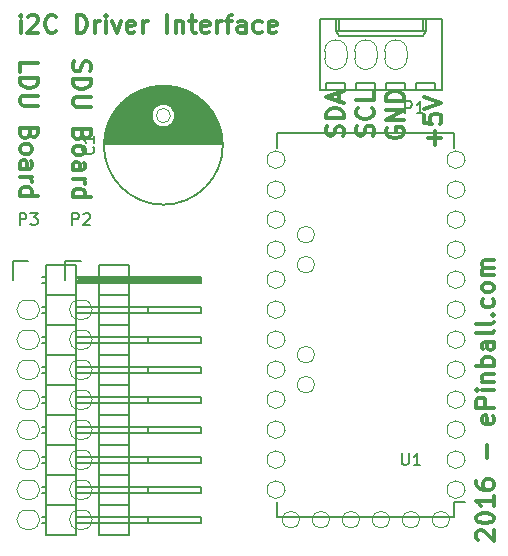
<source format=gbr>
G04 #@! TF.FileFunction,Legend,Top*
%FSLAX46Y46*%
G04 Gerber Fmt 4.6, Leading zero omitted, Abs format (unit mm)*
G04 Created by KiCad (PCBNEW 4.0.2-4+6225~38~ubuntu15.10.1-stable) date Mon 06 Jun 2016 09:20:46 PM EDT*
%MOMM*%
G01*
G04 APERTURE LIST*
%ADD10C,0.100000*%
%ADD11C,0.300000*%
%ADD12C,0.150000*%
G04 APERTURE END LIST*
D10*
D11*
X146657143Y-102786428D02*
X146728571Y-102572142D01*
X146728571Y-102214999D01*
X146657143Y-102072142D01*
X146585714Y-102000713D01*
X146442857Y-101929285D01*
X146300000Y-101929285D01*
X146157143Y-102000713D01*
X146085714Y-102072142D01*
X146014286Y-102214999D01*
X145942857Y-102500713D01*
X145871429Y-102643571D01*
X145800000Y-102714999D01*
X145657143Y-102786428D01*
X145514286Y-102786428D01*
X145371429Y-102714999D01*
X145300000Y-102643571D01*
X145228571Y-102500713D01*
X145228571Y-102143571D01*
X145300000Y-101929285D01*
X146728571Y-101286428D02*
X145228571Y-101286428D01*
X145228571Y-100929285D01*
X145300000Y-100715000D01*
X145442857Y-100572142D01*
X145585714Y-100500714D01*
X145871429Y-100429285D01*
X146085714Y-100429285D01*
X146371429Y-100500714D01*
X146514286Y-100572142D01*
X146657143Y-100715000D01*
X146728571Y-100929285D01*
X146728571Y-101286428D01*
X146300000Y-99857857D02*
X146300000Y-99143571D01*
X146728571Y-100000714D02*
X145228571Y-99500714D01*
X146728571Y-99000714D01*
X149197143Y-102750714D02*
X149268571Y-102536428D01*
X149268571Y-102179285D01*
X149197143Y-102036428D01*
X149125714Y-101964999D01*
X148982857Y-101893571D01*
X148840000Y-101893571D01*
X148697143Y-101964999D01*
X148625714Y-102036428D01*
X148554286Y-102179285D01*
X148482857Y-102464999D01*
X148411429Y-102607857D01*
X148340000Y-102679285D01*
X148197143Y-102750714D01*
X148054286Y-102750714D01*
X147911429Y-102679285D01*
X147840000Y-102607857D01*
X147768571Y-102464999D01*
X147768571Y-102107857D01*
X147840000Y-101893571D01*
X149125714Y-100393571D02*
X149197143Y-100465000D01*
X149268571Y-100679286D01*
X149268571Y-100822143D01*
X149197143Y-101036428D01*
X149054286Y-101179286D01*
X148911429Y-101250714D01*
X148625714Y-101322143D01*
X148411429Y-101322143D01*
X148125714Y-101250714D01*
X147982857Y-101179286D01*
X147840000Y-101036428D01*
X147768571Y-100822143D01*
X147768571Y-100679286D01*
X147840000Y-100465000D01*
X147911429Y-100393571D01*
X149268571Y-99036428D02*
X149268571Y-99750714D01*
X147768571Y-99750714D01*
X154412143Y-103528571D02*
X154412143Y-102385714D01*
X154983571Y-102957143D02*
X153840714Y-102957143D01*
X153483571Y-100957142D02*
X153483571Y-101671428D01*
X154197857Y-101742857D01*
X154126429Y-101671428D01*
X154055000Y-101528571D01*
X154055000Y-101171428D01*
X154126429Y-101028571D01*
X154197857Y-100957142D01*
X154340714Y-100885714D01*
X154697857Y-100885714D01*
X154840714Y-100957142D01*
X154912143Y-101028571D01*
X154983571Y-101171428D01*
X154983571Y-101528571D01*
X154912143Y-101671428D01*
X154840714Y-101742857D01*
X153483571Y-100457143D02*
X154983571Y-99957143D01*
X153483571Y-99457143D01*
X150380000Y-102107857D02*
X150308571Y-102250714D01*
X150308571Y-102465000D01*
X150380000Y-102679285D01*
X150522857Y-102822143D01*
X150665714Y-102893571D01*
X150951429Y-102965000D01*
X151165714Y-102965000D01*
X151451429Y-102893571D01*
X151594286Y-102822143D01*
X151737143Y-102679285D01*
X151808571Y-102465000D01*
X151808571Y-102322143D01*
X151737143Y-102107857D01*
X151665714Y-102036428D01*
X151165714Y-102036428D01*
X151165714Y-102322143D01*
X151808571Y-101393571D02*
X150308571Y-101393571D01*
X151808571Y-100536428D01*
X150308571Y-100536428D01*
X151808571Y-99822142D02*
X150308571Y-99822142D01*
X150308571Y-99464999D01*
X150380000Y-99250714D01*
X150522857Y-99107856D01*
X150665714Y-99036428D01*
X150951429Y-98964999D01*
X151165714Y-98964999D01*
X151451429Y-99036428D01*
X151594286Y-99107856D01*
X151737143Y-99250714D01*
X151808571Y-99464999D01*
X151808571Y-99822142D01*
X119353573Y-94023571D02*
X119353573Y-93023571D01*
X119353573Y-92523571D02*
X119282144Y-92595000D01*
X119353573Y-92666429D01*
X119425001Y-92595000D01*
X119353573Y-92523571D01*
X119353573Y-92666429D01*
X119996430Y-92666429D02*
X120067859Y-92595000D01*
X120210716Y-92523571D01*
X120567859Y-92523571D01*
X120710716Y-92595000D01*
X120782145Y-92666429D01*
X120853573Y-92809286D01*
X120853573Y-92952143D01*
X120782145Y-93166429D01*
X119925002Y-94023571D01*
X120853573Y-94023571D01*
X122353573Y-93880714D02*
X122282144Y-93952143D01*
X122067858Y-94023571D01*
X121925001Y-94023571D01*
X121710716Y-93952143D01*
X121567858Y-93809286D01*
X121496430Y-93666429D01*
X121425001Y-93380714D01*
X121425001Y-93166429D01*
X121496430Y-92880714D01*
X121567858Y-92737857D01*
X121710716Y-92595000D01*
X121925001Y-92523571D01*
X122067858Y-92523571D01*
X122282144Y-92595000D01*
X122353573Y-92666429D01*
X124139287Y-94023571D02*
X124139287Y-92523571D01*
X124496430Y-92523571D01*
X124710715Y-92595000D01*
X124853573Y-92737857D01*
X124925001Y-92880714D01*
X124996430Y-93166429D01*
X124996430Y-93380714D01*
X124925001Y-93666429D01*
X124853573Y-93809286D01*
X124710715Y-93952143D01*
X124496430Y-94023571D01*
X124139287Y-94023571D01*
X125639287Y-94023571D02*
X125639287Y-93023571D01*
X125639287Y-93309286D02*
X125710715Y-93166429D01*
X125782144Y-93095000D01*
X125925001Y-93023571D01*
X126067858Y-93023571D01*
X126567858Y-94023571D02*
X126567858Y-93023571D01*
X126567858Y-92523571D02*
X126496429Y-92595000D01*
X126567858Y-92666429D01*
X126639286Y-92595000D01*
X126567858Y-92523571D01*
X126567858Y-92666429D01*
X127139287Y-93023571D02*
X127496430Y-94023571D01*
X127853572Y-93023571D01*
X128996429Y-93952143D02*
X128853572Y-94023571D01*
X128567858Y-94023571D01*
X128425001Y-93952143D01*
X128353572Y-93809286D01*
X128353572Y-93237857D01*
X128425001Y-93095000D01*
X128567858Y-93023571D01*
X128853572Y-93023571D01*
X128996429Y-93095000D01*
X129067858Y-93237857D01*
X129067858Y-93380714D01*
X128353572Y-93523571D01*
X129710715Y-94023571D02*
X129710715Y-93023571D01*
X129710715Y-93309286D02*
X129782143Y-93166429D01*
X129853572Y-93095000D01*
X129996429Y-93023571D01*
X130139286Y-93023571D01*
X131782143Y-94023571D02*
X131782143Y-92523571D01*
X132496429Y-93023571D02*
X132496429Y-94023571D01*
X132496429Y-93166429D02*
X132567857Y-93095000D01*
X132710715Y-93023571D01*
X132925000Y-93023571D01*
X133067857Y-93095000D01*
X133139286Y-93237857D01*
X133139286Y-94023571D01*
X133639286Y-93023571D02*
X134210715Y-93023571D01*
X133853572Y-92523571D02*
X133853572Y-93809286D01*
X133925000Y-93952143D01*
X134067858Y-94023571D01*
X134210715Y-94023571D01*
X135282143Y-93952143D02*
X135139286Y-94023571D01*
X134853572Y-94023571D01*
X134710715Y-93952143D01*
X134639286Y-93809286D01*
X134639286Y-93237857D01*
X134710715Y-93095000D01*
X134853572Y-93023571D01*
X135139286Y-93023571D01*
X135282143Y-93095000D01*
X135353572Y-93237857D01*
X135353572Y-93380714D01*
X134639286Y-93523571D01*
X135996429Y-94023571D02*
X135996429Y-93023571D01*
X135996429Y-93309286D02*
X136067857Y-93166429D01*
X136139286Y-93095000D01*
X136282143Y-93023571D01*
X136425000Y-93023571D01*
X136710714Y-93023571D02*
X137282143Y-93023571D01*
X136925000Y-94023571D02*
X136925000Y-92737857D01*
X136996428Y-92595000D01*
X137139286Y-92523571D01*
X137282143Y-92523571D01*
X138425000Y-94023571D02*
X138425000Y-93237857D01*
X138353571Y-93095000D01*
X138210714Y-93023571D01*
X137925000Y-93023571D01*
X137782143Y-93095000D01*
X138425000Y-93952143D02*
X138282143Y-94023571D01*
X137925000Y-94023571D01*
X137782143Y-93952143D01*
X137710714Y-93809286D01*
X137710714Y-93666429D01*
X137782143Y-93523571D01*
X137925000Y-93452143D01*
X138282143Y-93452143D01*
X138425000Y-93380714D01*
X139782143Y-93952143D02*
X139639286Y-94023571D01*
X139353572Y-94023571D01*
X139210714Y-93952143D01*
X139139286Y-93880714D01*
X139067857Y-93737857D01*
X139067857Y-93309286D01*
X139139286Y-93166429D01*
X139210714Y-93095000D01*
X139353572Y-93023571D01*
X139639286Y-93023571D01*
X139782143Y-93095000D01*
X140996428Y-93952143D02*
X140853571Y-94023571D01*
X140567857Y-94023571D01*
X140425000Y-93952143D01*
X140353571Y-93809286D01*
X140353571Y-93237857D01*
X140425000Y-93095000D01*
X140567857Y-93023571D01*
X140853571Y-93023571D01*
X140996428Y-93095000D01*
X141067857Y-93237857D01*
X141067857Y-93380714D01*
X140353571Y-93523571D01*
X158071429Y-136987856D02*
X158000000Y-136916427D01*
X157928571Y-136773570D01*
X157928571Y-136416427D01*
X158000000Y-136273570D01*
X158071429Y-136202141D01*
X158214286Y-136130713D01*
X158357143Y-136130713D01*
X158571429Y-136202141D01*
X159428571Y-137059284D01*
X159428571Y-136130713D01*
X157928571Y-135202142D02*
X157928571Y-135059285D01*
X158000000Y-134916428D01*
X158071429Y-134844999D01*
X158214286Y-134773570D01*
X158500000Y-134702142D01*
X158857143Y-134702142D01*
X159142857Y-134773570D01*
X159285714Y-134844999D01*
X159357143Y-134916428D01*
X159428571Y-135059285D01*
X159428571Y-135202142D01*
X159357143Y-135344999D01*
X159285714Y-135416428D01*
X159142857Y-135487856D01*
X158857143Y-135559285D01*
X158500000Y-135559285D01*
X158214286Y-135487856D01*
X158071429Y-135416428D01*
X158000000Y-135344999D01*
X157928571Y-135202142D01*
X159428571Y-133273571D02*
X159428571Y-134130714D01*
X159428571Y-133702142D02*
X157928571Y-133702142D01*
X158142857Y-133844999D01*
X158285714Y-133987857D01*
X158357143Y-134130714D01*
X157928571Y-131987857D02*
X157928571Y-132273571D01*
X158000000Y-132416428D01*
X158071429Y-132487857D01*
X158285714Y-132630714D01*
X158571429Y-132702143D01*
X159142857Y-132702143D01*
X159285714Y-132630714D01*
X159357143Y-132559286D01*
X159428571Y-132416428D01*
X159428571Y-132130714D01*
X159357143Y-131987857D01*
X159285714Y-131916428D01*
X159142857Y-131845000D01*
X158785714Y-131845000D01*
X158642857Y-131916428D01*
X158571429Y-131987857D01*
X158500000Y-132130714D01*
X158500000Y-132416428D01*
X158571429Y-132559286D01*
X158642857Y-132630714D01*
X158785714Y-132702143D01*
X158857143Y-130059286D02*
X158857143Y-128916429D01*
X159357143Y-126487858D02*
X159428571Y-126630715D01*
X159428571Y-126916429D01*
X159357143Y-127059286D01*
X159214286Y-127130715D01*
X158642857Y-127130715D01*
X158500000Y-127059286D01*
X158428571Y-126916429D01*
X158428571Y-126630715D01*
X158500000Y-126487858D01*
X158642857Y-126416429D01*
X158785714Y-126416429D01*
X158928571Y-127130715D01*
X159428571Y-125773572D02*
X157928571Y-125773572D01*
X157928571Y-125202144D01*
X158000000Y-125059286D01*
X158071429Y-124987858D01*
X158214286Y-124916429D01*
X158428571Y-124916429D01*
X158571429Y-124987858D01*
X158642857Y-125059286D01*
X158714286Y-125202144D01*
X158714286Y-125773572D01*
X159428571Y-124273572D02*
X158428571Y-124273572D01*
X157928571Y-124273572D02*
X158000000Y-124345001D01*
X158071429Y-124273572D01*
X158000000Y-124202144D01*
X157928571Y-124273572D01*
X158071429Y-124273572D01*
X158428571Y-123559286D02*
X159428571Y-123559286D01*
X158571429Y-123559286D02*
X158500000Y-123487858D01*
X158428571Y-123345000D01*
X158428571Y-123130715D01*
X158500000Y-122987858D01*
X158642857Y-122916429D01*
X159428571Y-122916429D01*
X159428571Y-122202143D02*
X157928571Y-122202143D01*
X158500000Y-122202143D02*
X158428571Y-122059286D01*
X158428571Y-121773572D01*
X158500000Y-121630715D01*
X158571429Y-121559286D01*
X158714286Y-121487857D01*
X159142857Y-121487857D01*
X159285714Y-121559286D01*
X159357143Y-121630715D01*
X159428571Y-121773572D01*
X159428571Y-122059286D01*
X159357143Y-122202143D01*
X159428571Y-120202143D02*
X158642857Y-120202143D01*
X158500000Y-120273572D01*
X158428571Y-120416429D01*
X158428571Y-120702143D01*
X158500000Y-120845000D01*
X159357143Y-120202143D02*
X159428571Y-120345000D01*
X159428571Y-120702143D01*
X159357143Y-120845000D01*
X159214286Y-120916429D01*
X159071429Y-120916429D01*
X158928571Y-120845000D01*
X158857143Y-120702143D01*
X158857143Y-120345000D01*
X158785714Y-120202143D01*
X159428571Y-119273571D02*
X159357143Y-119416429D01*
X159214286Y-119487857D01*
X157928571Y-119487857D01*
X159428571Y-118487857D02*
X159357143Y-118630715D01*
X159214286Y-118702143D01*
X157928571Y-118702143D01*
X159285714Y-117916429D02*
X159357143Y-117845001D01*
X159428571Y-117916429D01*
X159357143Y-117987858D01*
X159285714Y-117916429D01*
X159428571Y-117916429D01*
X159357143Y-116559286D02*
X159428571Y-116702143D01*
X159428571Y-116987857D01*
X159357143Y-117130715D01*
X159285714Y-117202143D01*
X159142857Y-117273572D01*
X158714286Y-117273572D01*
X158571429Y-117202143D01*
X158500000Y-117130715D01*
X158428571Y-116987857D01*
X158428571Y-116702143D01*
X158500000Y-116559286D01*
X159428571Y-115702143D02*
X159357143Y-115845001D01*
X159285714Y-115916429D01*
X159142857Y-115987858D01*
X158714286Y-115987858D01*
X158571429Y-115916429D01*
X158500000Y-115845001D01*
X158428571Y-115702143D01*
X158428571Y-115487858D01*
X158500000Y-115345001D01*
X158571429Y-115273572D01*
X158714286Y-115202143D01*
X159142857Y-115202143D01*
X159285714Y-115273572D01*
X159357143Y-115345001D01*
X159428571Y-115487858D01*
X159428571Y-115702143D01*
X159428571Y-114559286D02*
X158428571Y-114559286D01*
X158571429Y-114559286D02*
X158500000Y-114487858D01*
X158428571Y-114345000D01*
X158428571Y-114130715D01*
X158500000Y-113987858D01*
X158642857Y-113916429D01*
X159428571Y-113916429D01*
X158642857Y-113916429D02*
X158500000Y-113845000D01*
X158428571Y-113702143D01*
X158428571Y-113487858D01*
X158500000Y-113345000D01*
X158642857Y-113273572D01*
X159428571Y-113273572D01*
X123852857Y-96449286D02*
X123781429Y-96663572D01*
X123781429Y-97020715D01*
X123852857Y-97163572D01*
X123924286Y-97235001D01*
X124067143Y-97306429D01*
X124210000Y-97306429D01*
X124352857Y-97235001D01*
X124424286Y-97163572D01*
X124495714Y-97020715D01*
X124567143Y-96735001D01*
X124638571Y-96592143D01*
X124710000Y-96520715D01*
X124852857Y-96449286D01*
X124995714Y-96449286D01*
X125138571Y-96520715D01*
X125210000Y-96592143D01*
X125281429Y-96735001D01*
X125281429Y-97092143D01*
X125210000Y-97306429D01*
X123781429Y-97949286D02*
X125281429Y-97949286D01*
X125281429Y-98306429D01*
X125210000Y-98520714D01*
X125067143Y-98663572D01*
X124924286Y-98735000D01*
X124638571Y-98806429D01*
X124424286Y-98806429D01*
X124138571Y-98735000D01*
X123995714Y-98663572D01*
X123852857Y-98520714D01*
X123781429Y-98306429D01*
X123781429Y-97949286D01*
X125281429Y-99449286D02*
X124067143Y-99449286D01*
X123924286Y-99520714D01*
X123852857Y-99592143D01*
X123781429Y-99735000D01*
X123781429Y-100020714D01*
X123852857Y-100163572D01*
X123924286Y-100235000D01*
X124067143Y-100306429D01*
X125281429Y-100306429D01*
X124567143Y-102663572D02*
X124495714Y-102877858D01*
X124424286Y-102949286D01*
X124281429Y-103020715D01*
X124067143Y-103020715D01*
X123924286Y-102949286D01*
X123852857Y-102877858D01*
X123781429Y-102735000D01*
X123781429Y-102163572D01*
X125281429Y-102163572D01*
X125281429Y-102663572D01*
X125210000Y-102806429D01*
X125138571Y-102877858D01*
X124995714Y-102949286D01*
X124852857Y-102949286D01*
X124710000Y-102877858D01*
X124638571Y-102806429D01*
X124567143Y-102663572D01*
X124567143Y-102163572D01*
X123781429Y-103877858D02*
X123852857Y-103735000D01*
X123924286Y-103663572D01*
X124067143Y-103592143D01*
X124495714Y-103592143D01*
X124638571Y-103663572D01*
X124710000Y-103735000D01*
X124781429Y-103877858D01*
X124781429Y-104092143D01*
X124710000Y-104235000D01*
X124638571Y-104306429D01*
X124495714Y-104377858D01*
X124067143Y-104377858D01*
X123924286Y-104306429D01*
X123852857Y-104235000D01*
X123781429Y-104092143D01*
X123781429Y-103877858D01*
X123781429Y-105663572D02*
X124567143Y-105663572D01*
X124710000Y-105592143D01*
X124781429Y-105449286D01*
X124781429Y-105163572D01*
X124710000Y-105020715D01*
X123852857Y-105663572D02*
X123781429Y-105520715D01*
X123781429Y-105163572D01*
X123852857Y-105020715D01*
X123995714Y-104949286D01*
X124138571Y-104949286D01*
X124281429Y-105020715D01*
X124352857Y-105163572D01*
X124352857Y-105520715D01*
X124424286Y-105663572D01*
X123781429Y-106377858D02*
X124781429Y-106377858D01*
X124495714Y-106377858D02*
X124638571Y-106449286D01*
X124710000Y-106520715D01*
X124781429Y-106663572D01*
X124781429Y-106806429D01*
X123781429Y-107949286D02*
X125281429Y-107949286D01*
X123852857Y-107949286D02*
X123781429Y-107806429D01*
X123781429Y-107520715D01*
X123852857Y-107377857D01*
X123924286Y-107306429D01*
X124067143Y-107235000D01*
X124495714Y-107235000D01*
X124638571Y-107306429D01*
X124710000Y-107377857D01*
X124781429Y-107520715D01*
X124781429Y-107806429D01*
X124710000Y-107949286D01*
X119336429Y-97342143D02*
X119336429Y-96627857D01*
X120836429Y-96627857D01*
X119336429Y-97842143D02*
X120836429Y-97842143D01*
X120836429Y-98199286D01*
X120765000Y-98413571D01*
X120622143Y-98556429D01*
X120479286Y-98627857D01*
X120193571Y-98699286D01*
X119979286Y-98699286D01*
X119693571Y-98627857D01*
X119550714Y-98556429D01*
X119407857Y-98413571D01*
X119336429Y-98199286D01*
X119336429Y-97842143D01*
X120836429Y-99342143D02*
X119622143Y-99342143D01*
X119479286Y-99413571D01*
X119407857Y-99485000D01*
X119336429Y-99627857D01*
X119336429Y-99913571D01*
X119407857Y-100056429D01*
X119479286Y-100127857D01*
X119622143Y-100199286D01*
X120836429Y-100199286D01*
X120122143Y-102556429D02*
X120050714Y-102770715D01*
X119979286Y-102842143D01*
X119836429Y-102913572D01*
X119622143Y-102913572D01*
X119479286Y-102842143D01*
X119407857Y-102770715D01*
X119336429Y-102627857D01*
X119336429Y-102056429D01*
X120836429Y-102056429D01*
X120836429Y-102556429D01*
X120765000Y-102699286D01*
X120693571Y-102770715D01*
X120550714Y-102842143D01*
X120407857Y-102842143D01*
X120265000Y-102770715D01*
X120193571Y-102699286D01*
X120122143Y-102556429D01*
X120122143Y-102056429D01*
X119336429Y-103770715D02*
X119407857Y-103627857D01*
X119479286Y-103556429D01*
X119622143Y-103485000D01*
X120050714Y-103485000D01*
X120193571Y-103556429D01*
X120265000Y-103627857D01*
X120336429Y-103770715D01*
X120336429Y-103985000D01*
X120265000Y-104127857D01*
X120193571Y-104199286D01*
X120050714Y-104270715D01*
X119622143Y-104270715D01*
X119479286Y-104199286D01*
X119407857Y-104127857D01*
X119336429Y-103985000D01*
X119336429Y-103770715D01*
X119336429Y-105556429D02*
X120122143Y-105556429D01*
X120265000Y-105485000D01*
X120336429Y-105342143D01*
X120336429Y-105056429D01*
X120265000Y-104913572D01*
X119407857Y-105556429D02*
X119336429Y-105413572D01*
X119336429Y-105056429D01*
X119407857Y-104913572D01*
X119550714Y-104842143D01*
X119693571Y-104842143D01*
X119836429Y-104913572D01*
X119907857Y-105056429D01*
X119907857Y-105413572D01*
X119979286Y-105556429D01*
X119336429Y-106270715D02*
X120336429Y-106270715D01*
X120050714Y-106270715D02*
X120193571Y-106342143D01*
X120265000Y-106413572D01*
X120336429Y-106556429D01*
X120336429Y-106699286D01*
X119336429Y-107842143D02*
X120836429Y-107842143D01*
X119407857Y-107842143D02*
X119336429Y-107699286D01*
X119336429Y-107413572D01*
X119407857Y-107270714D01*
X119479286Y-107199286D01*
X119622143Y-107127857D01*
X120050714Y-107127857D01*
X120193571Y-107199286D01*
X120265000Y-107270714D01*
X120336429Y-107413572D01*
X120336429Y-107699286D01*
X120265000Y-107842143D01*
D12*
X126446000Y-103470000D02*
X136444000Y-103470000D01*
X126450000Y-103330000D02*
X136440000Y-103330000D01*
X126458000Y-103190000D02*
X136432000Y-103190000D01*
X126470000Y-103050000D02*
X136420000Y-103050000D01*
X126485000Y-102910000D02*
X136405000Y-102910000D01*
X126505000Y-102770000D02*
X136385000Y-102770000D01*
X126529000Y-102630000D02*
X136361000Y-102630000D01*
X126558000Y-102490000D02*
X136332000Y-102490000D01*
X126590000Y-102350000D02*
X136300000Y-102350000D01*
X126627000Y-102210000D02*
X136263000Y-102210000D01*
X126668000Y-102070000D02*
X136222000Y-102070000D01*
X126713000Y-101930000D02*
X130979000Y-101930000D01*
X131911000Y-101930000D02*
X136177000Y-101930000D01*
X126763000Y-101790000D02*
X130778000Y-101790000D01*
X132112000Y-101790000D02*
X136127000Y-101790000D01*
X126818000Y-101650000D02*
X130649000Y-101650000D01*
X132241000Y-101650000D02*
X136072000Y-101650000D01*
X126878000Y-101510000D02*
X130560000Y-101510000D01*
X132330000Y-101510000D02*
X136012000Y-101510000D01*
X126943000Y-101370000D02*
X130499000Y-101370000D01*
X132391000Y-101370000D02*
X135947000Y-101370000D01*
X127013000Y-101230000D02*
X130462000Y-101230000D01*
X132428000Y-101230000D02*
X135877000Y-101230000D01*
X127089000Y-101090000D02*
X130446000Y-101090000D01*
X132444000Y-101090000D02*
X135801000Y-101090000D01*
X127171000Y-100950000D02*
X130450000Y-100950000D01*
X132440000Y-100950000D02*
X135719000Y-100950000D01*
X127259000Y-100810000D02*
X130473000Y-100810000D01*
X132417000Y-100810000D02*
X135631000Y-100810000D01*
X127354000Y-100670000D02*
X130518000Y-100670000D01*
X132372000Y-100670000D02*
X135536000Y-100670000D01*
X127456000Y-100530000D02*
X130588000Y-100530000D01*
X132302000Y-100530000D02*
X135434000Y-100530000D01*
X127566000Y-100390000D02*
X130689000Y-100390000D01*
X132201000Y-100390000D02*
X135324000Y-100390000D01*
X127684000Y-100250000D02*
X130838000Y-100250000D01*
X132052000Y-100250000D02*
X135206000Y-100250000D01*
X127812000Y-100110000D02*
X131090000Y-100110000D01*
X131800000Y-100110000D02*
X135078000Y-100110000D01*
X127949000Y-99970000D02*
X134941000Y-99970000D01*
X128099000Y-99830000D02*
X134791000Y-99830000D01*
X128261000Y-99690000D02*
X134629000Y-99690000D01*
X128438000Y-99550000D02*
X134452000Y-99550000D01*
X128634000Y-99410000D02*
X134256000Y-99410000D01*
X128852000Y-99270000D02*
X134038000Y-99270000D01*
X129098000Y-99130000D02*
X133792000Y-99130000D01*
X129383000Y-98990000D02*
X133507000Y-98990000D01*
X129725000Y-98850000D02*
X133165000Y-98850000D01*
X130171000Y-98710000D02*
X132719000Y-98710000D01*
X130946000Y-98570000D02*
X131944000Y-98570000D01*
X132445000Y-101045000D02*
G75*
G03X132445000Y-101045000I-1000000J0D01*
G01*
X136482500Y-103545000D02*
G75*
G03X136482500Y-103545000I-5037500J0D01*
G01*
X155040000Y-98905000D02*
X155040000Y-92905000D01*
X155040000Y-92905000D02*
X144680000Y-92905000D01*
X144680000Y-92905000D02*
X144680000Y-98905000D01*
X144680000Y-98905000D02*
X155040000Y-98905000D01*
X153670000Y-92905000D02*
X153670000Y-93905000D01*
X153670000Y-93905000D02*
X146050000Y-93905000D01*
X146050000Y-93905000D02*
X146050000Y-92905000D01*
X153670000Y-93905000D02*
X153420000Y-94335000D01*
X153420000Y-94335000D02*
X146300000Y-94335000D01*
X146300000Y-94335000D02*
X146050000Y-93905000D01*
X153420000Y-92905000D02*
X153420000Y-93905000D01*
X146300000Y-92905000D02*
X146300000Y-93905000D01*
X154470000Y-98905000D02*
X154470000Y-98285000D01*
X154470000Y-98285000D02*
X152870000Y-98285000D01*
X152870000Y-98285000D02*
X152870000Y-98905000D01*
X151930000Y-98905000D02*
X151930000Y-98285000D01*
X151930000Y-98285000D02*
X150330000Y-98285000D01*
X150330000Y-98285000D02*
X150330000Y-98905000D01*
X149390000Y-98905000D02*
X149390000Y-98285000D01*
X149390000Y-98285000D02*
X147790000Y-98285000D01*
X147790000Y-98285000D02*
X147790000Y-98905000D01*
X146850000Y-98905000D02*
X146850000Y-98285000D01*
X146850000Y-98285000D02*
X145250000Y-98285000D01*
X145250000Y-98285000D02*
X145250000Y-98905000D01*
X123160000Y-113385000D02*
X123160000Y-114935000D01*
X124460000Y-113385000D02*
X123160000Y-113385000D01*
X128651000Y-114808000D02*
X134493000Y-114808000D01*
X134493000Y-114808000D02*
X134493000Y-115062000D01*
X134493000Y-115062000D02*
X128651000Y-115062000D01*
X128651000Y-115062000D02*
X128651000Y-114935000D01*
X128651000Y-114935000D02*
X134493000Y-114935000D01*
X125984000Y-135001000D02*
X125603000Y-135001000D01*
X125984000Y-135509000D02*
X125603000Y-135509000D01*
X125984000Y-114681000D02*
X125603000Y-114681000D01*
X125984000Y-115189000D02*
X125603000Y-115189000D01*
X125984000Y-117221000D02*
X125603000Y-117221000D01*
X125984000Y-117729000D02*
X125603000Y-117729000D01*
X125984000Y-119761000D02*
X125603000Y-119761000D01*
X125984000Y-120269000D02*
X125603000Y-120269000D01*
X125984000Y-122301000D02*
X125603000Y-122301000D01*
X125984000Y-122809000D02*
X125603000Y-122809000D01*
X125984000Y-132969000D02*
X125603000Y-132969000D01*
X125984000Y-132461000D02*
X125603000Y-132461000D01*
X125984000Y-130429000D02*
X125603000Y-130429000D01*
X125984000Y-129921000D02*
X125603000Y-129921000D01*
X125984000Y-127889000D02*
X125603000Y-127889000D01*
X125984000Y-127381000D02*
X125603000Y-127381000D01*
X125984000Y-125349000D02*
X125603000Y-125349000D01*
X125984000Y-124841000D02*
X125603000Y-124841000D01*
X125984000Y-131445000D02*
X128524000Y-131445000D01*
X125984000Y-131445000D02*
X125984000Y-133985000D01*
X125984000Y-133985000D02*
X128524000Y-133985000D01*
X128524000Y-132461000D02*
X134620000Y-132461000D01*
X134620000Y-132461000D02*
X134620000Y-132969000D01*
X134620000Y-132969000D02*
X128524000Y-132969000D01*
X128524000Y-133985000D02*
X128524000Y-131445000D01*
X128524000Y-136525000D02*
X128524000Y-133985000D01*
X134620000Y-135509000D02*
X128524000Y-135509000D01*
X134620000Y-135001000D02*
X134620000Y-135509000D01*
X128524000Y-135001000D02*
X134620000Y-135001000D01*
X125984000Y-133985000D02*
X125984000Y-136525000D01*
X125984000Y-133985000D02*
X128524000Y-133985000D01*
X125984000Y-136525000D02*
X128524000Y-136525000D01*
X128524000Y-116205000D02*
X128524000Y-113665000D01*
X134620000Y-115189000D02*
X128524000Y-115189000D01*
X134620000Y-114681000D02*
X134620000Y-115189000D01*
X128524000Y-114681000D02*
X134620000Y-114681000D01*
X125984000Y-116205000D02*
X128524000Y-116205000D01*
X125984000Y-113665000D02*
X125984000Y-116205000D01*
X125984000Y-113665000D02*
X128524000Y-113665000D01*
X125984000Y-118745000D02*
X128524000Y-118745000D01*
X125984000Y-118745000D02*
X125984000Y-121285000D01*
X125984000Y-121285000D02*
X128524000Y-121285000D01*
X128524000Y-119761000D02*
X134620000Y-119761000D01*
X134620000Y-119761000D02*
X134620000Y-120269000D01*
X134620000Y-120269000D02*
X128524000Y-120269000D01*
X128524000Y-121285000D02*
X128524000Y-118745000D01*
X128524000Y-118745000D02*
X128524000Y-116205000D01*
X134620000Y-117729000D02*
X128524000Y-117729000D01*
X134620000Y-117221000D02*
X134620000Y-117729000D01*
X128524000Y-117221000D02*
X134620000Y-117221000D01*
X125984000Y-118745000D02*
X128524000Y-118745000D01*
X125984000Y-116205000D02*
X125984000Y-118745000D01*
X125984000Y-116205000D02*
X128524000Y-116205000D01*
X125984000Y-126365000D02*
X128524000Y-126365000D01*
X125984000Y-126365000D02*
X125984000Y-128905000D01*
X125984000Y-128905000D02*
X128524000Y-128905000D01*
X128524000Y-127381000D02*
X134620000Y-127381000D01*
X134620000Y-127381000D02*
X134620000Y-127889000D01*
X134620000Y-127889000D02*
X128524000Y-127889000D01*
X128524000Y-128905000D02*
X128524000Y-126365000D01*
X128524000Y-131445000D02*
X128524000Y-128905000D01*
X134620000Y-130429000D02*
X128524000Y-130429000D01*
X134620000Y-129921000D02*
X134620000Y-130429000D01*
X128524000Y-129921000D02*
X134620000Y-129921000D01*
X125984000Y-131445000D02*
X128524000Y-131445000D01*
X125984000Y-128905000D02*
X125984000Y-131445000D01*
X125984000Y-128905000D02*
X128524000Y-128905000D01*
X125984000Y-123825000D02*
X128524000Y-123825000D01*
X125984000Y-123825000D02*
X125984000Y-126365000D01*
X125984000Y-126365000D02*
X128524000Y-126365000D01*
X128524000Y-124841000D02*
X134620000Y-124841000D01*
X134620000Y-124841000D02*
X134620000Y-125349000D01*
X134620000Y-125349000D02*
X128524000Y-125349000D01*
X128524000Y-126365000D02*
X128524000Y-123825000D01*
X128524000Y-123825000D02*
X128524000Y-121285000D01*
X134620000Y-122809000D02*
X128524000Y-122809000D01*
X134620000Y-122301000D02*
X134620000Y-122809000D01*
X128524000Y-122301000D02*
X134620000Y-122301000D01*
X125984000Y-123825000D02*
X128524000Y-123825000D01*
X125984000Y-121285000D02*
X125984000Y-123825000D01*
X125984000Y-121285000D02*
X128524000Y-121285000D01*
X118715000Y-113385000D02*
X118715000Y-114935000D01*
X120015000Y-113385000D02*
X118715000Y-113385000D01*
X124206000Y-114808000D02*
X130048000Y-114808000D01*
X130048000Y-114808000D02*
X130048000Y-115062000D01*
X130048000Y-115062000D02*
X124206000Y-115062000D01*
X124206000Y-115062000D02*
X124206000Y-114935000D01*
X124206000Y-114935000D02*
X130048000Y-114935000D01*
X121539000Y-135001000D02*
X121158000Y-135001000D01*
X121539000Y-135509000D02*
X121158000Y-135509000D01*
X121539000Y-114681000D02*
X121158000Y-114681000D01*
X121539000Y-115189000D02*
X121158000Y-115189000D01*
X121539000Y-117221000D02*
X121158000Y-117221000D01*
X121539000Y-117729000D02*
X121158000Y-117729000D01*
X121539000Y-119761000D02*
X121158000Y-119761000D01*
X121539000Y-120269000D02*
X121158000Y-120269000D01*
X121539000Y-122301000D02*
X121158000Y-122301000D01*
X121539000Y-122809000D02*
X121158000Y-122809000D01*
X121539000Y-132969000D02*
X121158000Y-132969000D01*
X121539000Y-132461000D02*
X121158000Y-132461000D01*
X121539000Y-130429000D02*
X121158000Y-130429000D01*
X121539000Y-129921000D02*
X121158000Y-129921000D01*
X121539000Y-127889000D02*
X121158000Y-127889000D01*
X121539000Y-127381000D02*
X121158000Y-127381000D01*
X121539000Y-125349000D02*
X121158000Y-125349000D01*
X121539000Y-124841000D02*
X121158000Y-124841000D01*
X121539000Y-131445000D02*
X124079000Y-131445000D01*
X121539000Y-131445000D02*
X121539000Y-133985000D01*
X121539000Y-133985000D02*
X124079000Y-133985000D01*
X124079000Y-132461000D02*
X130175000Y-132461000D01*
X130175000Y-132461000D02*
X130175000Y-132969000D01*
X130175000Y-132969000D02*
X124079000Y-132969000D01*
X124079000Y-133985000D02*
X124079000Y-131445000D01*
X124079000Y-136525000D02*
X124079000Y-133985000D01*
X130175000Y-135509000D02*
X124079000Y-135509000D01*
X130175000Y-135001000D02*
X130175000Y-135509000D01*
X124079000Y-135001000D02*
X130175000Y-135001000D01*
X121539000Y-133985000D02*
X121539000Y-136525000D01*
X121539000Y-133985000D02*
X124079000Y-133985000D01*
X121539000Y-136525000D02*
X124079000Y-136525000D01*
X124079000Y-116205000D02*
X124079000Y-113665000D01*
X130175000Y-115189000D02*
X124079000Y-115189000D01*
X130175000Y-114681000D02*
X130175000Y-115189000D01*
X124079000Y-114681000D02*
X130175000Y-114681000D01*
X121539000Y-116205000D02*
X124079000Y-116205000D01*
X121539000Y-113665000D02*
X121539000Y-116205000D01*
X121539000Y-113665000D02*
X124079000Y-113665000D01*
X121539000Y-118745000D02*
X124079000Y-118745000D01*
X121539000Y-118745000D02*
X121539000Y-121285000D01*
X121539000Y-121285000D02*
X124079000Y-121285000D01*
X124079000Y-119761000D02*
X130175000Y-119761000D01*
X130175000Y-119761000D02*
X130175000Y-120269000D01*
X130175000Y-120269000D02*
X124079000Y-120269000D01*
X124079000Y-121285000D02*
X124079000Y-118745000D01*
X124079000Y-118745000D02*
X124079000Y-116205000D01*
X130175000Y-117729000D02*
X124079000Y-117729000D01*
X130175000Y-117221000D02*
X130175000Y-117729000D01*
X124079000Y-117221000D02*
X130175000Y-117221000D01*
X121539000Y-118745000D02*
X124079000Y-118745000D01*
X121539000Y-116205000D02*
X121539000Y-118745000D01*
X121539000Y-116205000D02*
X124079000Y-116205000D01*
X121539000Y-126365000D02*
X124079000Y-126365000D01*
X121539000Y-126365000D02*
X121539000Y-128905000D01*
X121539000Y-128905000D02*
X124079000Y-128905000D01*
X124079000Y-127381000D02*
X130175000Y-127381000D01*
X130175000Y-127381000D02*
X130175000Y-127889000D01*
X130175000Y-127889000D02*
X124079000Y-127889000D01*
X124079000Y-128905000D02*
X124079000Y-126365000D01*
X124079000Y-131445000D02*
X124079000Y-128905000D01*
X130175000Y-130429000D02*
X124079000Y-130429000D01*
X130175000Y-129921000D02*
X130175000Y-130429000D01*
X124079000Y-129921000D02*
X130175000Y-129921000D01*
X121539000Y-131445000D02*
X124079000Y-131445000D01*
X121539000Y-128905000D02*
X121539000Y-131445000D01*
X121539000Y-128905000D02*
X124079000Y-128905000D01*
X121539000Y-123825000D02*
X124079000Y-123825000D01*
X121539000Y-123825000D02*
X121539000Y-126365000D01*
X121539000Y-126365000D02*
X124079000Y-126365000D01*
X124079000Y-124841000D02*
X130175000Y-124841000D01*
X130175000Y-124841000D02*
X130175000Y-125349000D01*
X130175000Y-125349000D02*
X124079000Y-125349000D01*
X124079000Y-126365000D02*
X124079000Y-123825000D01*
X124079000Y-123825000D02*
X124079000Y-121285000D01*
X130175000Y-122809000D02*
X124079000Y-122809000D01*
X130175000Y-122301000D02*
X130175000Y-122809000D01*
X124079000Y-122301000D02*
X130175000Y-122301000D01*
X121539000Y-123825000D02*
X124079000Y-123825000D01*
X121539000Y-121285000D02*
X121539000Y-123825000D01*
X121539000Y-121285000D02*
X124079000Y-121285000D01*
X156075000Y-135010000D02*
X156075000Y-133740000D01*
X141105000Y-135010000D02*
X141105000Y-133740000D01*
X141105000Y-102480000D02*
X141105000Y-103750000D01*
X156075000Y-102480000D02*
X156075000Y-103750000D01*
X156075000Y-135010000D02*
X141105000Y-135010000D01*
X156075000Y-102480000D02*
X141105000Y-102480000D01*
X156075000Y-133740000D02*
X157010000Y-133740000D01*
D10*
X132045000Y-101045000D02*
G75*
G03X132045000Y-101045000I-600000J0D01*
G01*
X152080000Y-96185000D02*
X152080000Y-95585000D01*
X150180000Y-96185000D02*
X150180000Y-95585000D01*
X152080000Y-95585000D02*
G75*
G03X150180000Y-95585000I-950000J0D01*
G01*
X150180000Y-96185000D02*
G75*
G03X152080000Y-96185000I950000J0D01*
G01*
X149540000Y-96185000D02*
X149540000Y-95585000D01*
X147640000Y-96185000D02*
X147640000Y-95585000D01*
X149540000Y-95585000D02*
G75*
G03X147640000Y-95585000I-950000J0D01*
G01*
X147640000Y-96185000D02*
G75*
G03X149540000Y-96185000I950000J0D01*
G01*
X147000000Y-96185000D02*
X147000000Y-95585000D01*
X145100000Y-96185000D02*
X145100000Y-95585000D01*
X147000000Y-95585000D02*
G75*
G03X145100000Y-95585000I-950000J0D01*
G01*
X145100000Y-96185000D02*
G75*
G03X147000000Y-96185000I950000J0D01*
G01*
X124307600Y-118288600D02*
X124612400Y-118288600D01*
X124307600Y-116661400D02*
X124612400Y-116661400D01*
X124612400Y-118288600D02*
G75*
G03X124612400Y-116661400I0J813600D01*
G01*
X124307600Y-116661400D02*
G75*
G03X124307600Y-118288600I0J-813600D01*
G01*
X124307600Y-120828600D02*
X124612400Y-120828600D01*
X124307600Y-119201400D02*
X124612400Y-119201400D01*
X124612400Y-120828600D02*
G75*
G03X124612400Y-119201400I0J813600D01*
G01*
X124307600Y-119201400D02*
G75*
G03X124307600Y-120828600I0J-813600D01*
G01*
X124307600Y-123368600D02*
X124612400Y-123368600D01*
X124307600Y-121741400D02*
X124612400Y-121741400D01*
X124612400Y-123368600D02*
G75*
G03X124612400Y-121741400I0J813600D01*
G01*
X124307600Y-121741400D02*
G75*
G03X124307600Y-123368600I0J-813600D01*
G01*
X124307600Y-125908600D02*
X124612400Y-125908600D01*
X124307600Y-124281400D02*
X124612400Y-124281400D01*
X124612400Y-125908600D02*
G75*
G03X124612400Y-124281400I0J813600D01*
G01*
X124307600Y-124281400D02*
G75*
G03X124307600Y-125908600I0J-813600D01*
G01*
X124307600Y-128448600D02*
X124612400Y-128448600D01*
X124307600Y-126821400D02*
X124612400Y-126821400D01*
X124612400Y-128448600D02*
G75*
G03X124612400Y-126821400I0J813600D01*
G01*
X124307600Y-126821400D02*
G75*
G03X124307600Y-128448600I0J-813600D01*
G01*
X124307600Y-130988600D02*
X124612400Y-130988600D01*
X124307600Y-129361400D02*
X124612400Y-129361400D01*
X124612400Y-130988600D02*
G75*
G03X124612400Y-129361400I0J813600D01*
G01*
X124307600Y-129361400D02*
G75*
G03X124307600Y-130988600I0J-813600D01*
G01*
X124307600Y-133528600D02*
X124612400Y-133528600D01*
X124307600Y-131901400D02*
X124612400Y-131901400D01*
X124612400Y-133528600D02*
G75*
G03X124612400Y-131901400I0J813600D01*
G01*
X124307600Y-131901400D02*
G75*
G03X124307600Y-133528600I0J-813600D01*
G01*
X124307600Y-136068600D02*
X124612400Y-136068600D01*
X124307600Y-134441400D02*
X124612400Y-134441400D01*
X124612400Y-136068600D02*
G75*
G03X124612400Y-134441400I0J813600D01*
G01*
X124307600Y-134441400D02*
G75*
G03X124307600Y-136068600I0J-813600D01*
G01*
X119862600Y-118288600D02*
X120167400Y-118288600D01*
X119862600Y-116661400D02*
X120167400Y-116661400D01*
X120167400Y-118288600D02*
G75*
G03X120167400Y-116661400I0J813600D01*
G01*
X119862600Y-116661400D02*
G75*
G03X119862600Y-118288600I0J-813600D01*
G01*
X119862600Y-120828600D02*
X120167400Y-120828600D01*
X119862600Y-119201400D02*
X120167400Y-119201400D01*
X120167400Y-120828600D02*
G75*
G03X120167400Y-119201400I0J813600D01*
G01*
X119862600Y-119201400D02*
G75*
G03X119862600Y-120828600I0J-813600D01*
G01*
X119862600Y-123368600D02*
X120167400Y-123368600D01*
X119862600Y-121741400D02*
X120167400Y-121741400D01*
X120167400Y-123368600D02*
G75*
G03X120167400Y-121741400I0J813600D01*
G01*
X119862600Y-121741400D02*
G75*
G03X119862600Y-123368600I0J-813600D01*
G01*
X119862600Y-125908600D02*
X120167400Y-125908600D01*
X119862600Y-124281400D02*
X120167400Y-124281400D01*
X120167400Y-125908600D02*
G75*
G03X120167400Y-124281400I0J813600D01*
G01*
X119862600Y-124281400D02*
G75*
G03X119862600Y-125908600I0J-813600D01*
G01*
X119862600Y-128448600D02*
X120167400Y-128448600D01*
X119862600Y-126821400D02*
X120167400Y-126821400D01*
X120167400Y-128448600D02*
G75*
G03X120167400Y-126821400I0J813600D01*
G01*
X119862600Y-126821400D02*
G75*
G03X119862600Y-128448600I0J-813600D01*
G01*
X119862600Y-130988600D02*
X120167400Y-130988600D01*
X119862600Y-129361400D02*
X120167400Y-129361400D01*
X120167400Y-130988600D02*
G75*
G03X120167400Y-129361400I0J813600D01*
G01*
X119862600Y-129361400D02*
G75*
G03X119862600Y-130988600I0J-813600D01*
G01*
X119862600Y-133528600D02*
X120167400Y-133528600D01*
X119862600Y-131901400D02*
X120167400Y-131901400D01*
X120167400Y-133528600D02*
G75*
G03X120167400Y-131901400I0J813600D01*
G01*
X119862600Y-131901400D02*
G75*
G03X119862600Y-133528600I0J-813600D01*
G01*
X119862600Y-136068600D02*
X120167400Y-136068600D01*
X119862600Y-134441400D02*
X120167400Y-134441400D01*
X120167400Y-136068600D02*
G75*
G03X120167400Y-134441400I0J813600D01*
G01*
X119862600Y-134441400D02*
G75*
G03X119862600Y-136068600I0J-813600D01*
G01*
X156960000Y-132715000D02*
X156960000Y-132715000D01*
X155460000Y-132715000D02*
X155460000Y-132715000D01*
X156960000Y-132715000D02*
G75*
G03X155460000Y-132715000I-750000J0D01*
G01*
X155460000Y-132715000D02*
G75*
G03X156960000Y-132715000I750000J0D01*
G01*
X156960000Y-130175000D02*
X156960000Y-130175000D01*
X155460000Y-130175000D02*
X155460000Y-130175000D01*
X156960000Y-130175000D02*
G75*
G03X155460000Y-130175000I-750000J0D01*
G01*
X155460000Y-130175000D02*
G75*
G03X156960000Y-130175000I750000J0D01*
G01*
X156960000Y-127635000D02*
X156960000Y-127635000D01*
X155460000Y-127635000D02*
X155460000Y-127635000D01*
X156960000Y-127635000D02*
G75*
G03X155460000Y-127635000I-750000J0D01*
G01*
X155460000Y-127635000D02*
G75*
G03X156960000Y-127635000I750000J0D01*
G01*
X156960000Y-125095000D02*
X156960000Y-125095000D01*
X155460000Y-125095000D02*
X155460000Y-125095000D01*
X156960000Y-125095000D02*
G75*
G03X155460000Y-125095000I-750000J0D01*
G01*
X155460000Y-125095000D02*
G75*
G03X156960000Y-125095000I750000J0D01*
G01*
X156960000Y-122555000D02*
X156960000Y-122555000D01*
X155460000Y-122555000D02*
X155460000Y-122555000D01*
X156960000Y-122555000D02*
G75*
G03X155460000Y-122555000I-750000J0D01*
G01*
X155460000Y-122555000D02*
G75*
G03X156960000Y-122555000I750000J0D01*
G01*
X156960000Y-120015000D02*
X156960000Y-120015000D01*
X155460000Y-120015000D02*
X155460000Y-120015000D01*
X156960000Y-120015000D02*
G75*
G03X155460000Y-120015000I-750000J0D01*
G01*
X155460000Y-120015000D02*
G75*
G03X156960000Y-120015000I750000J0D01*
G01*
X156960000Y-117475000D02*
X156960000Y-117475000D01*
X155460000Y-117475000D02*
X155460000Y-117475000D01*
X156960000Y-117475000D02*
G75*
G03X155460000Y-117475000I-750000J0D01*
G01*
X155460000Y-117475000D02*
G75*
G03X156960000Y-117475000I750000J0D01*
G01*
X156960000Y-114935000D02*
X156960000Y-114935000D01*
X155460000Y-114935000D02*
X155460000Y-114935000D01*
X156960000Y-114935000D02*
G75*
G03X155460000Y-114935000I-750000J0D01*
G01*
X155460000Y-114935000D02*
G75*
G03X156960000Y-114935000I750000J0D01*
G01*
X156960000Y-112395000D02*
X156960000Y-112395000D01*
X155460000Y-112395000D02*
X155460000Y-112395000D01*
X156960000Y-112395000D02*
G75*
G03X155460000Y-112395000I-750000J0D01*
G01*
X155460000Y-112395000D02*
G75*
G03X156960000Y-112395000I750000J0D01*
G01*
X156960000Y-109855000D02*
X156960000Y-109855000D01*
X155460000Y-109855000D02*
X155460000Y-109855000D01*
X156960000Y-109855000D02*
G75*
G03X155460000Y-109855000I-750000J0D01*
G01*
X155460000Y-109855000D02*
G75*
G03X156960000Y-109855000I750000J0D01*
G01*
X156960000Y-107315000D02*
X156960000Y-107315000D01*
X155460000Y-107315000D02*
X155460000Y-107315000D01*
X156960000Y-107315000D02*
G75*
G03X155460000Y-107315000I-750000J0D01*
G01*
X155460000Y-107315000D02*
G75*
G03X156960000Y-107315000I750000J0D01*
G01*
X156960000Y-104775000D02*
X156960000Y-104775000D01*
X155460000Y-104775000D02*
X155460000Y-104775000D01*
X156960000Y-104775000D02*
G75*
G03X155460000Y-104775000I-750000J0D01*
G01*
X155460000Y-104775000D02*
G75*
G03X156960000Y-104775000I750000J0D01*
G01*
X141720000Y-104775000D02*
X141720000Y-104775000D01*
X140220000Y-104775000D02*
X140220000Y-104775000D01*
X141720000Y-104775000D02*
G75*
G03X140220000Y-104775000I-750000J0D01*
G01*
X140220000Y-104775000D02*
G75*
G03X141720000Y-104775000I750000J0D01*
G01*
X141720000Y-107315000D02*
X141720000Y-107315000D01*
X140220000Y-107315000D02*
X140220000Y-107315000D01*
X141720000Y-107315000D02*
G75*
G03X140220000Y-107315000I-750000J0D01*
G01*
X140220000Y-107315000D02*
G75*
G03X141720000Y-107315000I750000J0D01*
G01*
X141720000Y-109855000D02*
X141720000Y-109855000D01*
X140220000Y-109855000D02*
X140220000Y-109855000D01*
X141720000Y-109855000D02*
G75*
G03X140220000Y-109855000I-750000J0D01*
G01*
X140220000Y-109855000D02*
G75*
G03X141720000Y-109855000I750000J0D01*
G01*
X141720000Y-112395000D02*
X141720000Y-112395000D01*
X140220000Y-112395000D02*
X140220000Y-112395000D01*
X141720000Y-112395000D02*
G75*
G03X140220000Y-112395000I-750000J0D01*
G01*
X140220000Y-112395000D02*
G75*
G03X141720000Y-112395000I750000J0D01*
G01*
X141720000Y-114935000D02*
X141720000Y-114935000D01*
X140220000Y-114935000D02*
X140220000Y-114935000D01*
X141720000Y-114935000D02*
G75*
G03X140220000Y-114935000I-750000J0D01*
G01*
X140220000Y-114935000D02*
G75*
G03X141720000Y-114935000I750000J0D01*
G01*
X141720000Y-117475000D02*
X141720000Y-117475000D01*
X140220000Y-117475000D02*
X140220000Y-117475000D01*
X141720000Y-117475000D02*
G75*
G03X140220000Y-117475000I-750000J0D01*
G01*
X140220000Y-117475000D02*
G75*
G03X141720000Y-117475000I750000J0D01*
G01*
X141720000Y-120015000D02*
X141720000Y-120015000D01*
X140220000Y-120015000D02*
X140220000Y-120015000D01*
X141720000Y-120015000D02*
G75*
G03X140220000Y-120015000I-750000J0D01*
G01*
X140220000Y-120015000D02*
G75*
G03X141720000Y-120015000I750000J0D01*
G01*
X141720000Y-122555000D02*
X141720000Y-122555000D01*
X140220000Y-122555000D02*
X140220000Y-122555000D01*
X141720000Y-122555000D02*
G75*
G03X140220000Y-122555000I-750000J0D01*
G01*
X140220000Y-122555000D02*
G75*
G03X141720000Y-122555000I750000J0D01*
G01*
X141720000Y-125095000D02*
X141720000Y-125095000D01*
X140220000Y-125095000D02*
X140220000Y-125095000D01*
X141720000Y-125095000D02*
G75*
G03X140220000Y-125095000I-750000J0D01*
G01*
X140220000Y-125095000D02*
G75*
G03X141720000Y-125095000I750000J0D01*
G01*
X141720000Y-127635000D02*
X141720000Y-127635000D01*
X140220000Y-127635000D02*
X140220000Y-127635000D01*
X141720000Y-127635000D02*
G75*
G03X140220000Y-127635000I-750000J0D01*
G01*
X140220000Y-127635000D02*
G75*
G03X141720000Y-127635000I750000J0D01*
G01*
X141720000Y-130175000D02*
X141720000Y-130175000D01*
X140220000Y-130175000D02*
X140220000Y-130175000D01*
X141720000Y-130175000D02*
G75*
G03X140220000Y-130175000I-750000J0D01*
G01*
X140220000Y-130175000D02*
G75*
G03X141720000Y-130175000I750000J0D01*
G01*
X141720000Y-132715000D02*
X141720000Y-132715000D01*
X140220000Y-132715000D02*
X140220000Y-132715000D01*
X141720000Y-132715000D02*
G75*
G03X140220000Y-132715000I-750000J0D01*
G01*
X140220000Y-132715000D02*
G75*
G03X141720000Y-132715000I750000J0D01*
G01*
X155652000Y-135255000D02*
G75*
G03X155652000Y-135255000I-712000J0D01*
G01*
X153112000Y-135255000D02*
G75*
G03X153112000Y-135255000I-712000J0D01*
G01*
X150572000Y-135255000D02*
G75*
G03X150572000Y-135255000I-712000J0D01*
G01*
X148032000Y-135255000D02*
G75*
G03X148032000Y-135255000I-712000J0D01*
G01*
X145492000Y-135255000D02*
G75*
G03X145492000Y-135255000I-712000J0D01*
G01*
X142952000Y-135255000D02*
G75*
G03X142952000Y-135255000I-712000J0D01*
G01*
X144222000Y-111125000D02*
G75*
G03X144222000Y-111125000I-712000J0D01*
G01*
X144222000Y-113665000D02*
G75*
G03X144222000Y-113665000I-712000J0D01*
G01*
X144222000Y-121285000D02*
G75*
G03X144222000Y-121285000I-712000J0D01*
G01*
X144222000Y-123825000D02*
G75*
G03X144222000Y-123825000I-712000J0D01*
G01*
D12*
X125502143Y-103711666D02*
X125549762Y-103759285D01*
X125597381Y-103902142D01*
X125597381Y-103997380D01*
X125549762Y-104140238D01*
X125454524Y-104235476D01*
X125359286Y-104283095D01*
X125168810Y-104330714D01*
X125025952Y-104330714D01*
X124835476Y-104283095D01*
X124740238Y-104235476D01*
X124645000Y-104140238D01*
X124597381Y-103997380D01*
X124597381Y-103902142D01*
X124645000Y-103759285D01*
X124692619Y-103711666D01*
X125597381Y-102759285D02*
X125597381Y-103330714D01*
X125597381Y-103045000D02*
X124597381Y-103045000D01*
X124740238Y-103140238D01*
X124835476Y-103235476D01*
X124883095Y-103330714D01*
X151931905Y-100837381D02*
X151931905Y-99837381D01*
X152312858Y-99837381D01*
X152408096Y-99885000D01*
X152455715Y-99932619D01*
X152503334Y-100027857D01*
X152503334Y-100170714D01*
X152455715Y-100265952D01*
X152408096Y-100313571D01*
X152312858Y-100361190D01*
X151931905Y-100361190D01*
X153455715Y-100837381D02*
X152884286Y-100837381D01*
X153170000Y-100837381D02*
X153170000Y-99837381D01*
X153074762Y-99980238D01*
X152979524Y-100075476D01*
X152884286Y-100123095D01*
X123721905Y-110287381D02*
X123721905Y-109287381D01*
X124102858Y-109287381D01*
X124198096Y-109335000D01*
X124245715Y-109382619D01*
X124293334Y-109477857D01*
X124293334Y-109620714D01*
X124245715Y-109715952D01*
X124198096Y-109763571D01*
X124102858Y-109811190D01*
X123721905Y-109811190D01*
X124674286Y-109382619D02*
X124721905Y-109335000D01*
X124817143Y-109287381D01*
X125055239Y-109287381D01*
X125150477Y-109335000D01*
X125198096Y-109382619D01*
X125245715Y-109477857D01*
X125245715Y-109573095D01*
X125198096Y-109715952D01*
X124626667Y-110287381D01*
X125245715Y-110287381D01*
X119276905Y-110287381D02*
X119276905Y-109287381D01*
X119657858Y-109287381D01*
X119753096Y-109335000D01*
X119800715Y-109382619D01*
X119848334Y-109477857D01*
X119848334Y-109620714D01*
X119800715Y-109715952D01*
X119753096Y-109763571D01*
X119657858Y-109811190D01*
X119276905Y-109811190D01*
X120181667Y-109287381D02*
X120800715Y-109287381D01*
X120467381Y-109668333D01*
X120610239Y-109668333D01*
X120705477Y-109715952D01*
X120753096Y-109763571D01*
X120800715Y-109858810D01*
X120800715Y-110096905D01*
X120753096Y-110192143D01*
X120705477Y-110239762D01*
X120610239Y-110287381D01*
X120324524Y-110287381D01*
X120229286Y-110239762D01*
X120181667Y-110192143D01*
X151638095Y-129627381D02*
X151638095Y-130436905D01*
X151685714Y-130532143D01*
X151733333Y-130579762D01*
X151828571Y-130627381D01*
X152019048Y-130627381D01*
X152114286Y-130579762D01*
X152161905Y-130532143D01*
X152209524Y-130436905D01*
X152209524Y-129627381D01*
X153209524Y-130627381D02*
X152638095Y-130627381D01*
X152923809Y-130627381D02*
X152923809Y-129627381D01*
X152828571Y-129770238D01*
X152733333Y-129865476D01*
X152638095Y-129913095D01*
M02*

</source>
